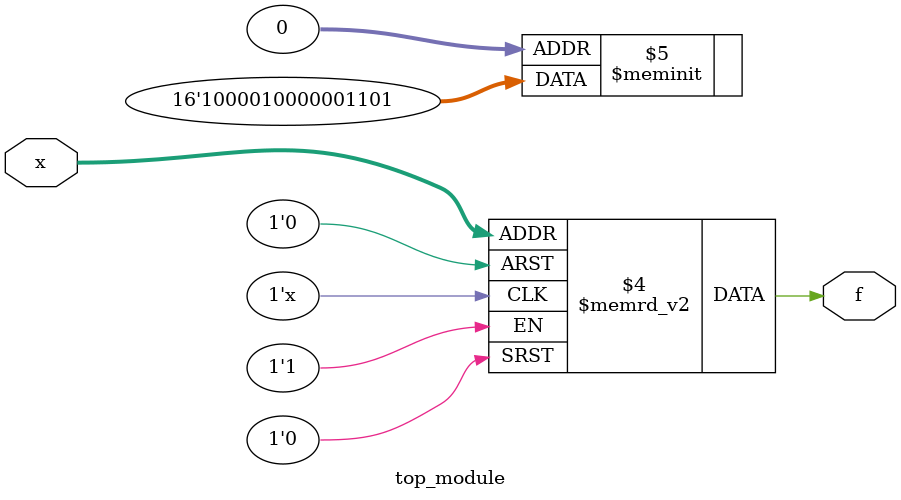
<source format=sv>
module top_module (
	input [4:1] x,
	output logic f
);

// Implementing the function f using the Karnaugh map
always_comb begin
	case (x)
		4'b0000: f = 1;
		4'b0001: f = 0;
		4'b0011: f = 1;
		4'b0010: f = 1;
		4'b0110: f = 0;
		4'b0111: f = 0;
		4'b1111: f = 1;
		4'b1110: f = 0;
		4'b1010: f = 1;
		default: f = 0;
	endcase
end

endmodule

</source>
